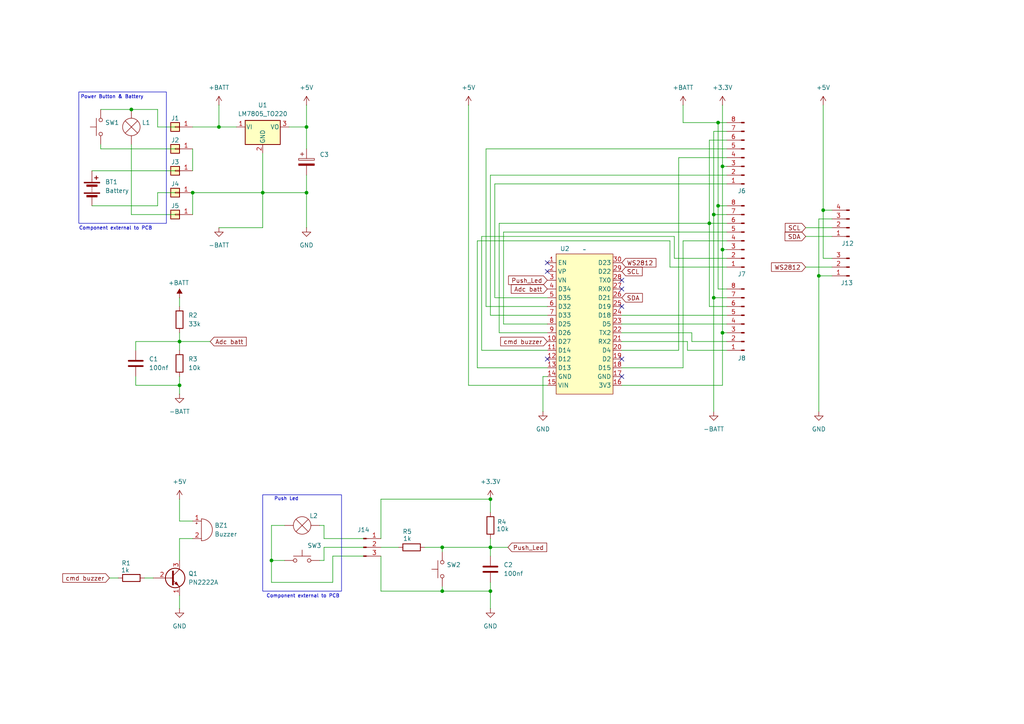
<source format=kicad_sch>
(kicad_sch (version 20231120) (generator "eeschema") (generator_version "8.0")
  (paper "A4")
  (title_block (title "Self Balancing Cube") (date "2024-09-04") (rev "1.12") (company "By Pedro51"))
  (lib_symbols
    (symbol "Connector:Conn_01x03_Pin" (pin_names (offset 1.016) hide)
      (property "Reference" "J" (at 0 5.08 0))
      (property "Value" "Conn_01x03_Pin" (at 0 -5.08 0))
      (symbol "Conn_01x03_Pin_1_1"
        (polyline (pts (xy 1.27 -2.54) (xy 0.8636 -2.54)) (stroke (width 0.1524)))
        (polyline (pts (xy 1.27 0) (xy 0.8636 0)) (stroke (width 0.1524)))
        (polyline (pts (xy 1.27 2.54) (xy 0.8636 2.54)) (stroke (width 0.1524)))
        (rectangle (start 0.8636 -2.413) (end 0 -2.667) (stroke (width 0.1524)) (fill (type outline)))
        (rectangle (start 0.8636 0.127) (end 0 -0.127) (stroke (width 0.1524)) (fill (type outline)))
        (rectangle (start 0.8636 2.667) (end 0 2.413) (stroke (width 0.1524)) (fill (type outline)))
        (pin passive line (at 5.08 2.54 180) (length 3.81) (name "Pin_1") (number "1"))
        (pin passive line (at 5.08 0 180) (length 3.81) (name "Pin_2") (number "2"))
        (pin passive line (at 5.08 -2.54 180) (length 3.81) (name "Pin_3") (number "3"))
      )
    )
    (symbol "Connector:Conn_01x04_Pin" (pin_names (offset 1.016) hide)
      (property "Reference" "J" (at 0 5.08 0))
      (property "Value" "Conn_01x04_Pin" (at 0 -7.62 0))
      (symbol "Conn_01x04_Pin_1_1"
        (polyline (pts (xy 1.27 -5.08) (xy 0.8636 -5.08)) (stroke (width 0.1524)))
        (polyline (pts (xy 1.27 -2.54) (xy 0.8636 -2.54)) (stroke (width 0.1524)))
        (polyline (pts (xy 1.27 0) (xy 0.8636 0)) (stroke (width 0.1524)))
        (polyline (pts (xy 1.27 2.54) (xy 0.8636 2.54)) (stroke (width 0.1524)))
        (rectangle (start 0.8636 -4.953) (end 0 -5.207) (stroke (width 0.1524)) (fill (type outline)))
        (rectangle (start 0.8636 -2.413) (end 0 -2.667) (stroke (width 0.1524)) (fill (type outline)))
        (rectangle (start 0.8636 0.127) (end 0 -0.127) (stroke (width 0.1524)) (fill (type outline)))
        (rectangle (start 0.8636 2.667) (end 0 2.413) (stroke (width 0.1524)) (fill (type outline)))
        (pin passive line (at 5.08 2.54 180) (length 3.81) (name "Pin_1") (number "1"))
        (pin passive line (at 5.08 0 180) (length 3.81) (name "Pin_2") (number "2"))
        (pin passive line (at 5.08 -2.54 180) (length 3.81) (name "Pin_3") (number "3"))
        (pin passive line (at 5.08 -5.08 180) (length 3.81) (name "Pin_4") (number "4"))
      )
    )
    (symbol "Connector:Conn_01x08_Pin" (pin_names (offset 1.016) hide)
      (property "Reference" "J" (at 0 10.16 0))
      (property "Value" "Conn_01x08_Pin" (at 0 -12.7 0))
      (symbol "Conn_01x08_Pin_1_1"
        (polyline (pts (xy 1.27 -10.16) (xy 0.8636 -10.16)) (stroke (width 0.1524)))
        (polyline (pts (xy 1.27 -7.62) (xy 0.8636 -7.62)) (stroke (width 0.1524)))
        (polyline (pts (xy 1.27 -5.08) (xy 0.8636 -5.08)) (stroke (width 0.1524)))
        (polyline (pts (xy 1.27 -2.54) (xy 0.8636 -2.54)) (stroke (width 0.1524)))
        (polyline (pts (xy 1.27 0) (xy 0.8636 0)) (stroke (width 0.1524)))
        (polyline (pts (xy 1.27 2.54) (xy 0.8636 2.54)) (stroke (width 0.1524)))
        (polyline (pts (xy 1.27 5.08) (xy 0.8636 5.08)) (stroke (width 0.1524)))
        (polyline (pts (xy 1.27 7.62) (xy 0.8636 7.62)) (stroke (width 0.1524)))
        (rectangle (start 0.8636 -10.033) (end 0 -10.287) (stroke (width 0.1524)) (fill (type outline)))
        (rectangle (start 0.8636 -7.493) (end 0 -7.747) (stroke (width 0.1524)) (fill (type outline)))
        (rectangle (start 0.8636 -4.953) (end 0 -5.207) (stroke (width 0.1524)) (fill (type outline)))
        (rectangle (start 0.8636 -2.413) (end 0 -2.667) (stroke (width 0.1524)) (fill (type outline)))
        (rectangle (start 0.8636 0.127) (end 0 -0.127) (stroke (width 0.1524)) (fill (type outline)))
        (rectangle (start 0.8636 2.667) (end 0 2.413) (stroke (width 0.1524)) (fill (type outline)))
        (rectangle (start 0.8636 5.207) (end 0 4.953) (stroke (width 0.1524)) (fill (type outline)))
        (rectangle (start 0.8636 7.747) (end 0 7.493) (stroke (width 0.1524)) (fill (type outline)))
        (pin passive line (at 5.08 7.62 180) (length 3.81) (name "Pin_1") (number "1"))
        (pin passive line (at 5.08 5.08 180) (length 3.81) (name "Pin_2") (number "2"))
        (pin passive line (at 5.08 2.54 180) (length 3.81) (name "Pin_3") (number "3"))
        (pin passive line (at 5.08 0 180) (length 3.81) (name "Pin_4") (number "4"))
        (pin passive line (at 5.08 -2.54 180) (length 3.81) (name "Pin_5") (number "5"))
        (pin passive line (at 5.08 -5.08 180) (length 3.81) (name "Pin_6") (number "6"))
        (pin passive line (at 5.08 -7.62 180) (length 3.81) (name "Pin_7") (number "7"))
        (pin passive line (at 5.08 -10.16 180) (length 3.81) (name "Pin_8") (number "8"))
      )
    )
    (symbol "Connector_Generic:Conn_01x01" (pin_names (offset 1.016) hide)
      (property "Reference" "J" (at 0 2.54 0))
      (property "Value" "Conn_01x01" (at 0 -2.54 0))
      (symbol "Conn_01x01_1_1"
        (rectangle (start -1.27 0.127) (end 0 -0.127) (stroke (width 0.1524)))
        (rectangle (start -1.27 1.27) (end 1.27 -1.27) (stroke (width 0.254)) (fill (type background)))
        (pin passive line (at -5.08 0 0) (length 3.81) (name "Pin_1") (number "1"))
      )
    )
    (symbol "Device:Battery" (pin_numbers hide) (pin_names (offset 0) hide)
      (property "Reference" "BT" (at 2.54 2.54 0))
      (property "Value" "Battery" (at 2.54 0 0))
      (symbol "Battery_0_1"
        (rectangle (start -2.286 -1.27) (end 2.286 -1.524) (fill (type outline)))
        (rectangle (start -2.286 1.778) (end 2.286 1.524) (fill (type outline)))
        (rectangle (start -1.524 -2.032) (end 1.524 -2.54) (fill (type outline)))
        (rectangle (start -1.524 1.016) (end 1.524 0.508) (fill (type outline)))
        (polyline (pts (xy 0 -1.016) (xy 0 -0.762)))
        (polyline (pts (xy 0 -0.508) (xy 0 -0.254)))
        (polyline (pts (xy 0 0) (xy 0 0.254)))
        (polyline (pts (xy 0 1.778) (xy 0 2.54)))
        (polyline (pts (xy 0.762 3.048) (xy 1.778 3.048)) (stroke (width 0.254)))
        (polyline (pts (xy 1.27 3.556) (xy 1.27 2.54)) (stroke (width 0.254)))
      )
      (symbol "Battery_1_1"
        (pin passive line (at 0 5.08 270) (length 2.54) (name "+") (number "1"))
        (pin passive line (at 0 -5.08 90) (length 2.54) (name "-") (number "2"))
      )
    )
    (symbol "Device:Buzzer" (pin_names (offset 0.0254) hide)
      (property "Reference" "BZ" (at 3.81 1.27 0))
      (property "Value" "Buzzer" (at 3.81 -1.27 0))
      (symbol "Buzzer_0_1"
        (arc (start 0 -3.175) (mid 3.1612 0) (end 0 3.175))
        (polyline (pts (xy -1.651 1.905) (xy -1.143 1.905)))
        (polyline (pts (xy -1.397 2.159) (xy -1.397 1.651)))
        (polyline (pts (xy 0 3.175) (xy 0 -3.175)))
      )
      (symbol "Buzzer_1_1"
        (pin passive line (at -2.54 2.54 0) (length 2.54) (name "+") (number "1"))
        (pin passive line (at -2.54 -2.54 0) (length 2.54) (name "-") (number "2"))
      )
    )
    (symbol "Device:C" (pin_numbers hide) (pin_names (offset 0.254))
      (property "Reference" "C" (at 0.635 2.54 0))
      (property "Value" "C" (at 0.635 -2.54 0))
      (symbol "C_0_1"
        (polyline (pts (xy -2.032 -0.762) (xy 2.032 -0.762)) (stroke (width 0.508)))
        (polyline (pts (xy -2.032 0.762) (xy 2.032 0.762)) (stroke (width 0.508)))
      )
      (symbol "C_1_1"
        (pin passive line (at 0 3.81 270) (length 2.794) (name "~") (number "1"))
        (pin passive line (at 0 -3.81 90) (length 2.794) (name "~") (number "2"))
      )
    )
    (symbol "Device:C_Polarized" (pin_numbers hide) (pin_names (offset 0.254))
      (property "Reference" "C" (at 0.635 2.54 0))
      (property "Value" "C_Polarized" (at 0.635 -2.54 0))
      (symbol "C_Polarized_0_1"
        (rectangle (start -2.286 0.508) (end 2.286 1.016))
        (polyline (pts (xy -1.778 2.286) (xy -0.762 2.286)))
        (polyline (pts (xy -1.27 2.794) (xy -1.27 1.778)))
        (rectangle (start 2.286 -0.508) (end -2.286 -1.016) (fill (type outline)))
      )
      (symbol "C_Polarized_1_1"
        (pin passive line (at 0 3.81 270) (length 2.794) (name "~") (number "1"))
        (pin passive line (at 0 -3.81 90) (length 2.794) (name "~") (number "2"))
      )
    )
    (symbol "Device:Lamp" (pin_numbers hide) (pin_names (offset 0.0254) hide)
      (property "Reference" "LA" (at 0.635 3.81 0))
      (property "Value" "Lamp" (at 0.635 -3.81 0))
      (symbol "Lamp_0_1"
        (polyline (pts (xy -1.778 1.778) (xy 1.778 -1.778)))
        (polyline (pts (xy 1.778 1.778) (xy -1.778 -1.778)))
        (circle (center 0 0) (radius 2.54))
      )
      (symbol "Lamp_1_1"
        (pin passive line (at 0 -5.08 90) (length 2.54) (name "-") (number "1"))
        (pin passive line (at 0 5.08 270) (length 2.54) (name "+") (number "2"))
      )
    )
    (symbol "Device:R" (pin_numbers hide) (pin_names (offset 0))
      (property "Reference" "R" (at 2.032 0 90))
      (property "Value" "R" (at 0 0 90))
      (symbol "R_0_1"
        (rectangle (start -1.016 -2.54) (end 1.016 2.54) (stroke (width 0.254)))
      )
      (symbol "R_1_1"
        (pin passive line (at 0 3.81 270) (length 1.27) (name "~") (number "1"))
        (pin passive line (at 0 -3.81 90) (length 1.27) (name "~") (number "2"))
      )
    )
    (symbol "Regulator_Linear:LM7805_TO220" (pin_names (offset 0.254))
      (property "Reference" "U" (at -3.81 3.175 0))
      (property "Value" "LM7805_TO220" (at 0 3.175 0))
      (symbol "LM7805_TO220_0_1"
        (rectangle (start -5.08 1.905) (end 5.08 -5.08) (stroke (width 0.254)) (fill (type background)))
      )
      (symbol "LM7805_TO220_1_1"
        (pin power_in line (at -7.62 0 0) (length 2.54) (name "VI") (number "1"))
        (pin power_in line (at 0 -7.62 90) (length 2.54) (name "GND") (number "2"))
        (pin power_out line (at 7.62 0 180) (length 2.54) (name "VO") (number "3"))
      )
    )
    (symbol "Switch:SW_Push" (pin_numbers hide) (pin_names (offset 1.016) hide)
      (property "Reference" "SW" (at 1.27 2.54 0))
      (property "Value" "SW_Push" (at 0 -1.524 0))
      (symbol "SW_Push_0_1"
        (circle (center -2.032 0) (radius 0.508))
        (polyline (pts (xy 0 1.27) (xy 0 3.048)))
        (polyline (pts (xy 2.54 1.27) (xy -2.54 1.27)))
        (circle (center 2.032 0) (radius 0.508))
        (pin passive line (at -5.08 0 0) (length 2.54) (name "1") (number "1"))
        (pin passive line (at 5.08 0 180) (length 2.54) (name "2") (number "2"))
      )
    )
    (symbol "SymbolePerso:ESP32_module_38pin"
      (property "Reference" "U?" (at -6.35 20.32 0))
      (symbol "ESP32_module_38pin_1_1"
        (polyline (pts (xy -7.62 19.05) (xy 8.89 19.05) (xy 8.89 -21.59) (xy -7.62 -21.59) (xy -7.62 19.05)) (fill (type background)))
        (pin input line (at -10.16 16.51 0) (length 2.54) (name "EN") (number "1"))
        (pin bidirectional line (at -10.16 -6.35 0) (length 2.54) (name "D27") (number "10"))
        (pin bidirectional line (at -10.16 -8.89 0) (length 2.54) (name "D14") (number "11"))
        (pin bidirectional line (at -10.16 -11.43 0) (length 2.54) (name "D12") (number "12"))
        (pin bidirectional line (at -10.16 -13.97 0) (length 2.54) (name "D13") (number "13"))
        (pin power_in line (at -10.16 -16.51 0) (length 2.54) (name "GND") (number "14"))
        (pin power_in line (at -10.16 -19.05 0) (length 2.54) (name "VIN") (number "15"))
        (pin power_out line (at 11.43 -19.05 180) (length 2.54) (name "3V3") (number "16"))
        (pin power_in line (at 11.43 -16.51 180) (length 2.54) (name "GND") (number "17"))
        (pin bidirectional line (at 11.43 -13.97 180) (length 2.54) (name "D15") (number "18"))
        (pin bidirectional line (at 11.43 -11.43 180) (length 2.54) (name "D2") (number "19"))
        (pin bidirectional line (at -10.16 13.97 0) (length 2.54) (name "VP") (number "2"))
        (pin bidirectional line (at 11.43 -8.89 180) (length 2.54) (name "D4") (number "20"))
        (pin input line (at 11.43 -6.35 180) (length 2.54) (name "RX2") (number "21"))
        (pin output line (at 11.43 -3.81 180) (length 2.54) (name "TX2") (number "22"))
        (pin bidirectional line (at 11.43 -1.27 180) (length 2.54) (name "D5") (number "23"))
        (pin bidirectional line (at 11.43 1.27 180) (length 2.54) (name "D18") (number "24"))
        (pin bidirectional line (at 11.43 3.81 180) (length 2.54) (name "D19") (number "25"))
        (pin bidirectional line (at 11.43 6.35 180) (length 2.54) (name "D21") (number "26"))
        (pin input line (at 11.43 8.89 180) (length 2.54) (name "RX0") (number "27"))
        (pin output line (at 11.43 11.43 180) (length 2.54) (name "TX0") (number "28"))
        (pin bidirectional line (at 11.43 13.97 180) (length 2.54) (name "D22") (number "29"))
        (pin bidirectional line (at -10.16 11.43 0) (length 2.54) (name "VN") (number "3"))
        (pin bidirectional line (at 11.43 16.51 180) (length 2.54) (name "D23") (number "30"))
        (pin bidirectional line (at -10.16 8.89 0) (length 2.54) (name "D34") (number "4"))
        (pin bidirectional line (at -10.16 6.35 0) (length 2.54) (name "D35") (number "5"))
        (pin bidirectional line (at -10.16 3.81 0) (length 2.54) (name "D32") (number "6"))
        (pin bidirectional line (at -10.16 1.27 0) (length 2.54) (name "D33") (number "7"))
        (pin bidirectional line (at -10.16 -1.27 0) (length 2.54) (name "D25") (number "8"))
        (pin bidirectional line (at -10.16 -3.81 0) (length 2.54) (name "D26") (number "9"))
      )
    )
    (symbol "Transistor_BJT:PN2222A" (pin_names (offset 0) hide)
      (property "Reference" "Q" (at 5.08 1.905 0))
      (property "Value" "PN2222A" (at 5.08 0 0))
      (symbol "PN2222A_0_1"
        (polyline (pts (xy 0 0) (xy 0.635 0)))
        (polyline (pts (xy 2.54 -2.54) (xy 0.635 -0.635)))
        (polyline (pts (xy 2.54 2.54) (xy 0.635 0.635)))
        (polyline (pts (xy 0.635 1.905) (xy 0.635 -1.905) (xy 0.635 -1.905)) (stroke (width 0.508)))
        (polyline (pts (xy 2.413 -2.413) (xy 1.905 -1.905) (xy 1.905 -1.905)))
        (polyline (pts (xy 1.143 -1.651) (xy 1.651 -1.143) (xy 2.159 -2.159) (xy 1.143 -1.651) (xy 1.143 -1.651)) (fill (type outline)))
        (circle (center 1.27 0) (radius 2.8194) (stroke (width 0.254)))
      )
      (symbol "PN2222A_1_1"
        (pin passive line (at 2.54 -5.08 90) (length 2.54) (name "E") (number "1"))
        (pin input line (at -5.08 0 0) (length 5.08) (name "B") (number "2"))
        (pin passive line (at 2.54 5.08 270) (length 2.54) (name "C") (number "3"))
      )
    )
    (symbol "power:+3.3V" (power) (pin_numbers hide) (pin_names (offset 0) hide)
      (property "Value" "+3.3V" (at 0 3.556 0))
      (symbol "+3.3V_0_1"
        (polyline (pts (xy -0.762 1.27) (xy 0 2.54)))
        (polyline (pts (xy 0 0) (xy 0 2.54)))
        (polyline (pts (xy 0 2.54) (xy 0.762 1.27)))
      )
      (symbol "+3.3V_1_1"
        (pin power_in line (at 0 0 90) (length 0) (name "~") (number "1"))
      )
    )
    (symbol "power:+5V" (power) (pin_numbers hide) (pin_names (offset 0) hide)
      (property "Value" "+5V" (at 0 3.556 0))
      (symbol "+5V_0_1"
        (polyline (pts (xy -0.762 1.27) (xy 0 2.54)))
        (polyline (pts (xy 0 0) (xy 0 2.54)))
        (polyline (pts (xy 0 2.54) (xy 0.762 1.27)))
      )
      (symbol "+5V_1_1"
        (pin power_in line (at 0 0 90) (length 0) (name "~") (number "1"))
      )
    )
    (symbol "power:+BATT" (power) (pin_numbers hide) (pin_names (offset 0) hide)
      (property "Value" "+BATT" (at 0 3.556 0))
      (symbol "+BATT_0_1"
        (polyline (pts (xy -0.762 1.27) (xy 0 2.54)))
        (polyline (pts (xy 0 0) (xy 0 2.54)))
        (polyline (pts (xy 0 2.54) (xy 0.762 1.27)))
      )
      (symbol "+BATT_1_1"
        (pin power_in line (at 0 0 90) (length 0) (name "~") (number "1"))
      )
    )
    (symbol "power:-BATT" (power) (pin_numbers hide) (pin_names (offset 0) hide)
      (property "Value" "-BATT" (at 0 3.556 0))
      (symbol "-BATT_0_1"
        (polyline (pts (xy 0 0) (xy 0 2.54)))
        (polyline (pts (xy 0.762 1.27) (xy -0.762 1.27) (xy 0 2.54) (xy 0.762 1.27)) (fill (type outline)))
      )
      (symbol "-BATT_1_1"
        (pin power_in line (at 0 0 90) (length 0) (name "~") (number "1"))
      )
    )
    (symbol "power:GND" (power) (pin_numbers hide) (pin_names (offset 0) hide)
      (property "Value" "GND" (at 0 -3.81 0))
      (symbol "GND_0_1"
        (polyline (pts (xy 0 0) (xy 0 -1.27) (xy 1.27 -1.27) (xy 0 -2.54) (xy -1.27 -1.27) (xy 0 -1.27)))
      )
      (symbol "GND_1_1"
        (pin power_in line (at 0 0 270) (length 0) (name "~") (number "1"))
      )
    )
  )
  (junction (at 205.74 64.77))
  (junction (at 52.07 111.76))
  (junction (at 142.24 144.78))
  (junction (at 38.1 31.75))
  (junction (at 208.28 35.56))
  (junction (at 208.28 59.69))
  (junction (at 238.76 60.96))
  (junction (at 52.07 99.06))
  (junction (at 128.27 171.45))
  (junction (at 88.9 36.83))
  (junction (at 88.9 55.88))
  (junction (at 142.24 171.45))
  (junction (at 207.01 86.36))
  (junction (at 128.27 158.75))
  (junction (at 237.49 80.01))
  (junction (at 209.55 96.52))
  (junction (at 76.2 55.88))
  (junction (at 209.55 72.39))
  (junction (at 78.74 162.56))
  (junction (at 55.88 55.88))
  (junction (at 209.55 48.26))
  (junction (at 142.24 158.75))
  (junction (at 207.01 62.23))
  (junction (at 63.5 36.83))
  (no_connect (at 180.34 83.82))
  (no_connect (at 180.34 104.14))
  (no_connect (at 158.75 104.14))
  (no_connect (at 158.75 76.2))
  (no_connect (at 180.34 88.9))
  (no_connect (at 158.75 78.74))
  (no_connect (at 180.34 109.22))
  (no_connect (at 180.34 81.28))
  (wire (pts (xy 52.07 172.72) (xy 52.07 176.53)))
  (wire (pts (xy 139.7 68.58) (xy 139.7 101.6)))
  (wire (pts (xy 142.24 158.75) (xy 147.32 158.75)))
  (wire (pts (xy 209.55 48.26) (xy 209.55 72.39)))
  (wire (pts (xy 128.27 170.18) (xy 128.27 171.45)))
  (wire (pts (xy 29.21 43.18) (xy 50.8 43.18)))
  (wire (pts (xy 55.88 55.88) (xy 76.2 55.88)))
  (wire (pts (xy 199.39 101.6) (xy 199.39 99.06)))
  (wire (pts (xy 180.34 91.44) (xy 210.82 91.44)))
  (wire (pts (xy 144.78 96.52) (xy 144.78 64.77)))
  (wire (pts (xy 198.12 35.56) (xy 208.28 35.56)))
  (wire (pts (xy 205.74 64.77) (xy 210.82 64.77)))
  (wire (pts (xy 142.24 50.8) (xy 142.24 91.44)))
  (wire (pts (xy 209.55 72.39) (xy 210.82 72.39)))
  (wire (pts (xy 110.49 171.45) (xy 110.49 161.29)))
  (wire (pts (xy 52.07 111.76) (xy 52.07 114.3)))
  (wire (pts (xy 88.9 36.83) (xy 88.9 43.18)))
  (wire (pts (xy 105.41 156.21) (xy 93.98 156.21)))
  (wire (pts (xy 209.55 72.39) (xy 209.55 96.52)))
  (wire (pts (xy 142.24 168.91) (xy 142.24 171.45)))
  (wire (pts (xy 55.88 151.13) (xy 52.07 151.13)))
  (wire (pts (xy 198.12 106.68) (xy 180.34 106.68)))
  (wire (pts (xy 110.49 171.45) (xy 128.27 171.45)))
  (wire (pts (xy 210.82 77.47) (xy 194.31 77.47)))
  (wire (pts (xy 105.41 158.75) (xy 93.98 158.75)))
  (wire (pts (xy 210.82 74.93) (xy 195.58 74.93)))
  (wire (pts (xy 210.82 50.8) (xy 142.24 50.8)))
  (wire (pts (xy 52.07 109.22) (xy 52.07 111.76)))
  (wire (pts (xy 78.74 162.56) (xy 82.55 162.56)))
  (wire (pts (xy 143.51 86.36) (xy 143.51 53.34)))
  (wire (pts (xy 39.37 111.76) (xy 39.37 109.22)))
  (wire (pts (xy 52.07 99.06) (xy 52.07 101.6)))
  (wire (pts (xy 199.39 99.06) (xy 180.34 99.06)))
  (wire (pts (xy 55.88 55.88) (xy 55.88 62.23)))
  (wire (pts (xy 83.82 36.83) (xy 88.9 36.83)))
  (wire (pts (xy 93.98 158.75) (xy 93.98 162.56)))
  (wire (pts (xy 200.66 99.06) (xy 210.82 99.06)))
  (wire (pts (xy 52.07 156.21) (xy 55.88 156.21)))
  (wire (pts (xy 123.19 158.75) (xy 128.27 158.75)))
  (wire (pts (xy 138.43 106.68) (xy 158.75 106.68)))
  (wire (pts (xy 88.9 55.88) (xy 88.9 66.04)))
  (wire (pts (xy 110.49 144.78) (xy 110.49 156.21)))
  (wire (pts (xy 93.98 156.21) (xy 93.98 152.4)))
  (wire (pts (xy 233.68 66.04) (xy 241.3 66.04)))
  (wire (pts (xy 128.27 158.75) (xy 128.27 160.02)))
  (wire (pts (xy 140.97 43.18) (xy 140.97 88.9)))
  (wire (pts (xy 210.82 43.18) (xy 140.97 43.18)))
  (wire (pts (xy 209.55 111.76) (xy 209.55 96.52)))
  (wire (pts (xy 128.27 158.75) (xy 142.24 158.75)))
  (wire (pts (xy 29.21 43.18) (xy 29.21 41.91)))
  (wire (pts (xy 41.91 167.64) (xy 44.45 167.64)))
  (wire (pts (xy 158.75 109.22) (xy 157.48 109.22)))
  (wire (pts (xy 52.07 144.78) (xy 52.07 151.13)))
  (wire (pts (xy 52.07 111.76) (xy 39.37 111.76)))
  (wire (pts (xy 205.74 40.64) (xy 205.74 64.77)))
  (wire (pts (xy 210.82 88.9) (xy 205.74 88.9)))
  (wire (pts (xy 210.82 67.31) (xy 146.05 67.31)))
  (wire (pts (xy 196.85 45.72) (xy 196.85 101.6)))
  (wire (pts (xy 38.1 41.91) (xy 38.1 62.23)))
  (wire (pts (xy 207.01 62.23) (xy 210.82 62.23)))
  (wire (pts (xy 241.3 60.96) (xy 238.76 60.96)))
  (wire (pts (xy 241.3 63.5) (xy 237.49 63.5)))
  (wire (pts (xy 237.49 80.01) (xy 241.3 80.01)))
  (wire (pts (xy 52.07 162.56) (xy 52.07 156.21)))
  (wire (pts (xy 76.2 44.45) (xy 76.2 55.88)))
  (wire (pts (xy 92.71 152.4) (xy 93.98 152.4)))
  (wire (pts (xy 208.28 35.56) (xy 208.28 59.69)))
  (wire (pts (xy 207.01 38.1) (xy 207.01 62.23)))
  (wire (pts (xy 207.01 86.36) (xy 207.01 119.38)))
  (wire (pts (xy 207.01 86.36) (xy 207.01 62.23)))
  (wire (pts (xy 210.82 35.56) (xy 208.28 35.56)))
  (wire (pts (xy 139.7 101.6) (xy 158.75 101.6)))
  (wire (pts (xy 110.49 158.75) (xy 115.57 158.75)))
  (wire (pts (xy 210.82 69.85) (xy 198.12 69.85)))
  (wire (pts (xy 146.05 67.31) (xy 146.05 93.98)))
  (wire (pts (xy 146.05 93.98) (xy 158.75 93.98)))
  (wire (pts (xy 88.9 30.48) (xy 88.9 36.83)))
  (wire (pts (xy 180.34 111.76) (xy 209.55 111.76)))
  (wire (pts (xy 210.82 45.72) (xy 196.85 45.72)))
  (wire (pts (xy 92.71 162.56) (xy 93.98 162.56)))
  (wire (pts (xy 55.88 36.83) (xy 63.5 36.83)))
  (wire (pts (xy 196.85 101.6) (xy 180.34 101.6)))
  (wire (pts (xy 210.82 40.64) (xy 205.74 40.64)))
  (wire (pts (xy 39.37 101.6) (xy 39.37 99.06)))
  (wire (pts (xy 52.07 99.06) (xy 60.96 99.06)))
  (wire (pts (xy 76.2 55.88) (xy 76.2 66.04)))
  (wire (pts (xy 142.24 144.78) (xy 142.24 148.59)))
  (wire (pts (xy 158.75 86.36) (xy 143.51 86.36)))
  (wire (pts (xy 241.3 74.93) (xy 238.76 74.93)))
  (wire (pts (xy 158.75 111.76) (xy 135.89 111.76)))
  (wire (pts (xy 237.49 63.5) (xy 237.49 80.01)))
  (wire (pts (xy 210.82 101.6) (xy 199.39 101.6)))
  (wire (pts (xy 142.24 171.45) (xy 142.24 176.53)))
  (wire (pts (xy 31.75 167.64) (xy 34.29 167.64)))
  (wire (pts (xy 210.82 86.36) (xy 207.01 86.36)))
  (wire (pts (xy 210.82 38.1) (xy 207.01 38.1)))
  (wire (pts (xy 78.74 152.4) (xy 82.55 152.4)))
  (wire (pts (xy 88.9 50.8) (xy 88.9 55.88)))
  (wire (pts (xy 128.27 171.45) (xy 142.24 171.45)))
  (wire (pts (xy 195.58 68.58) (xy 139.7 68.58)))
  (wire (pts (xy 96.52 161.29) (xy 96.52 168.91)))
  (wire (pts (xy 45.72 59.69) (xy 26.67 59.69)))
  (wire (pts (xy 45.72 55.88) (xy 45.72 59.69)))
  (wire (pts (xy 45.72 31.75) (xy 45.72 36.83)))
  (wire (pts (xy 29.21 31.75) (xy 38.1 31.75)))
  (wire (pts (xy 38.1 31.75) (xy 45.72 31.75)))
  (wire (pts (xy 142.24 91.44) (xy 158.75 91.44)))
  (wire (pts (xy 195.58 74.93) (xy 195.58 68.58)))
  (wire (pts (xy 157.48 109.22) (xy 157.48 119.38)))
  (wire (pts (xy 52.07 96.52) (xy 52.07 99.06)))
  (wire (pts (xy 50.8 49.53) (xy 26.67 49.53)))
  (wire (pts (xy 63.5 36.83) (xy 68.58 36.83)))
  (wire (pts (xy 238.76 30.48) (xy 238.76 60.96)))
  (wire (pts (xy 50.8 62.23) (xy 38.1 62.23)))
  (wire (pts (xy 39.37 99.06) (xy 52.07 99.06)))
  (wire (pts (xy 209.55 96.52) (xy 210.82 96.52)))
  (wire (pts (xy 237.49 80.01) (xy 237.49 119.38)))
  (wire (pts (xy 198.12 69.85) (xy 198.12 106.68)))
  (wire (pts (xy 238.76 74.93) (xy 238.76 60.96)))
  (wire (pts (xy 208.28 59.69) (xy 210.82 59.69)))
  (wire (pts (xy 55.88 43.18) (xy 55.88 49.53)))
  (wire (pts (xy 78.74 152.4) (xy 78.74 162.56)))
  (wire (pts (xy 76.2 55.88) (xy 88.9 55.88)))
  (wire (pts (xy 140.97 88.9) (xy 158.75 88.9)))
  (wire (pts (xy 63.5 30.48) (xy 63.5 36.83)))
  (wire (pts (xy 210.82 83.82) (xy 208.28 83.82)))
  (wire (pts (xy 194.31 77.47) (xy 194.31 69.85)))
  (wire (pts (xy 210.82 48.26) (xy 209.55 48.26)))
  (wire (pts (xy 198.12 30.48) (xy 198.12 35.56)))
  (wire (pts (xy 45.72 36.83) (xy 50.8 36.83)))
  (wire (pts (xy 76.2 66.04) (xy 63.5 66.04)))
  (wire (pts (xy 158.75 96.52) (xy 144.78 96.52)))
  (wire (pts (xy 78.74 162.56) (xy 78.74 168.91)))
  (wire (pts (xy 142.24 161.29) (xy 142.24 158.75)))
  (wire (pts (xy 143.51 53.34) (xy 210.82 53.34)))
  (wire (pts (xy 96.52 168.91) (xy 78.74 168.91)))
  (wire (pts (xy 180.34 93.98) (xy 210.82 93.98)))
  (wire (pts (xy 138.43 69.85) (xy 138.43 106.68)))
  (wire (pts (xy 110.49 144.78) (xy 142.24 144.78)))
  (wire (pts (xy 142.24 156.21) (xy 142.24 158.75)))
  (wire (pts (xy 208.28 83.82) (xy 208.28 59.69)))
  (wire (pts (xy 233.68 68.58) (xy 241.3 68.58)))
  (wire (pts (xy 144.78 64.77) (xy 205.74 64.77)))
  (wire (pts (xy 135.89 111.76) (xy 135.89 30.48)))
  (wire (pts (xy 200.66 96.52) (xy 200.66 99.06)))
  (wire (pts (xy 50.8 55.88) (xy 45.72 55.88)))
  (wire (pts (xy 52.07 86.36) (xy 52.07 88.9)))
  (wire (pts (xy 209.55 30.48) (xy 209.55 48.26)))
  (wire (pts (xy 105.41 161.29) (xy 96.52 161.29)))
  (wire (pts (xy 180.34 96.52) (xy 200.66 96.52)))
  (wire (pts (xy 233.68 77.47) (xy 241.3 77.47)))
  (wire (pts (xy 205.74 88.9) (xy 205.74 64.77)))
  (wire (pts (xy 194.31 69.85) (xy 138.43 69.85)))
  (rectangle (start 22.86 26.67) (end 48.26 64.77))
  (rectangle (start 76.2 143.51) (end 99.06 171.45))
  (text "Component external to PCB" (at 87.884 172.974 0) (effects (font (size 1 1))))
  (text "Push Led" (at 83.058 144.78 0) (effects (font (size 1 1))))
  (text "Component external to PCB" (at 33.528 66.294 0) (effects (font (size 1 1))))
  (text "Power Button & Battery" (at 32.512 28.194 0) (effects (font (size 1 1))))
  (global_label "SCL" (shape input) (at 233.68 66.04 180) (property "Intersheetrefs" "${INTERSHEET_REFS}" (effects (hide yes))))
  (global_label "Push_Led" (shape input) (at 147.32 158.75 0) (property "Intersheetrefs" "${INTERSHEET_REFS}" (effects (hide yes))))
  (global_label "cmd buzzer" (shape input) (at 31.75 167.64 180) (property "Intersheetrefs" "${INTERSHEET_REFS}" (effects (hide yes))))
  (global_label "SCL" (shape input) (at 180.34 78.74 0) (property "Intersheetrefs" "${INTERSHEET_REFS}" (effects (hide yes))))
  (global_label "WS2812" (shape input) (at 180.34 76.2 0) (property "Intersheetrefs" "${INTERSHEET_REFS}" (effects (hide yes))))
  (global_label "WS2812" (shape input) (at 233.68 77.47 180) (property "Intersheetrefs" "${INTERSHEET_REFS}" (effects (hide yes))))
  (global_label "SDA" (shape input) (at 233.68 68.58 180) (property "Intersheetrefs" "${INTERSHEET_REFS}" (effects (hide yes))))
  (global_label "SDA" (shape input) (at 180.34 86.36 0) (property "Intersheetrefs" "${INTERSHEET_REFS}" (effects (hide yes))))
  (global_label "Adc batt" (shape input) (at 158.75 83.82 180) (property "Intersheetrefs" "${INTERSHEET_REFS}" (effects (hide yes))))
  (global_label "Adc batt" (shape input) (at 60.96 99.06 0) (property "Intersheetrefs" "${INTERSHEET_REFS}" (effects (hide yes))))
  (global_label "Push_Led" (shape input) (at 158.75 81.28 180) (property "Intersheetrefs" "${INTERSHEET_REFS}" (effects (hide yes))))
  (global_label "cmd buzzer" (shape input) (at 158.75 99.06 180) (property "Intersheetrefs" "${INTERSHEET_REFS}" (effects (hide yes))))
  (symbol (lib_id "power:+3.3V") (at 142.24 144.78 0) (unit 1)
    (property "Reference" "#PWR09" (effects (hide yes)))
    (property "Value" "+3.3V" (at 142.24 139.7 0))
    (property "Description" "Power symbol creates a global label with name \"+3.3V\"" (effects (hide yes)))
  )
  (symbol (lib_id "power:+BATT") (at 63.5 30.48 0) (unit 1)
    (property "Reference" "#PWR05" (effects (hide yes)))
    (property "Value" "+BATT" (at 63.5 25.4 0))
    (property "Description" "Power symbol creates a global label with name \"+BATT\"" (effects (hide yes)))
  )
  (symbol (lib_id "Connector:Conn_01x08_Pin") (at 215.9 45.72 180) (unit 1)
    (property "Reference" "J6" (at 215.138 55.372 0))
    (property "Value" "Conn_01x08_Pin" (effects (hide yes)))
    (property "Footprint" "Connector_JST:JST_ZH_B8B-ZR_1x08_P1.50mm_Vertical" (effects (hide yes)))
    (property "Description" "Generic connector, single row, 01x08, script generated" (effects (hide yes)))
  )
  (symbol (lib_id "power:+5V") (at 88.9 30.48 0) (unit 1)
    (property "Reference" "#PWR019" (effects (hide yes)))
    (property "Value" "+5V" (at 88.9 25.4 0))
    (property "Description" "Power symbol creates a global label with name \"+5V\"" (effects (hide yes)))
  )
  (symbol (lib_id "Device:C") (at 39.37 105.41 0) (unit 1)
    (property "Reference" "C1" (at 43.18 104.1399 0) (effects (justify left)))
    (property "Value" "100nf" (at 43.18 106.6799 0) (effects (justify left)))
    (property "Footprint" "Capacitor_THT:C_Disc_D5.0mm_W2.5mm_P2.50mm" (effects (hide yes)))
    (property "Description" "Unpolarized capacitor" (effects (hide yes)))
  )
  (symbol (lib_id "Switch:SW_Push") (at 128.27 165.1 90) (unit 1)
    (property "Reference" "SW2" (at 129.54 163.8299 90) (effects (justify right)))
    (property "Value" "SW_Push" (effects (hide yes)))
    (property "Footprint" "Button_Switch_THT:SW_PUSH_6mm" (effects (hide yes)))
    (property "Description" "Push button switch, generic, two pins" (effects (hide yes)))
  )
  (symbol (lib_id "power:-BATT") (at 52.07 86.36 0) (unit 1)
    (property "Reference" "#PWR01" (effects (hide yes)))
    (property "Value" "+BATT" (at 51.816 82.042 0))
    (property "Description" "Power symbol creates a global label with name \"-BATT\"" (effects (hide yes)))
  )
  (symbol (lib_id "Switch:SW_Push") (at 87.63 162.56 0) (unit 1) (on_board no)
    (property "Reference" "SW3" (at 91.186 158.242 0))
    (property "Value" "SW_Push" (effects (hide yes)))
    (property "Description" "Push button switch, generic, two pins" (effects (hide yes)))
  )
  (symbol (lib_id "Device:Lamp") (at 87.63 152.4 90) (unit 1) (in_bom no) (on_board no)
    (property "Reference" "L2" (at 92.202 149.606 90) (effects (justify left)))
    (property "Value" "Lamp" (effects (hide yes)))
    (property "Description" "Lamp" (effects (hide yes)))
  )
  (symbol (lib_id "power:GND") (at 207.01 119.38 0) (unit 1)
    (property "Reference" "#PWR014" (effects (hide yes)))
    (property "Value" "-BATT" (at 207.01 124.46 0))
    (property "Description" "Power symbol creates a global label with name \"GND\" , ground" (effects (hide yes)))
  )
  (symbol (lib_id "Connector:Conn_01x08_Pin") (at 215.9 93.98 180) (unit 1)
    (property "Reference" "J8" (at 215.138 103.886 0))
    (property "Value" "Conn_01x08_Pin" (effects (hide yes)))
    (property "Footprint" "Connector_JST:JST_ZH_B8B-ZR_1x08_P1.50mm_Vertical" (effects (hide yes)))
    (property "Description" "Generic connector, single row, 01x08, script generated" (effects (hide yes)))
  )
  (symbol (lib_id "power:GND") (at 88.9 66.04 0) (unit 1)
    (property "Reference" "#PWR08" (effects (hide yes)))
    (property "Value" "GND" (at 88.9 71.12 0))
    (property "Description" "Power symbol creates a global label with name \"GND\" , ground" (effects (hide yes)))
  )
  (symbol (lib_id "Connector_Generic:Conn_01x01") (at 50.8 62.23 180) (unit 1)
    (property "Reference" "J5" (at 50.8 59.69 0))
    (property "Value" "Conn_01x01" (effects (hide yes)))
    (property "Footprint" "Connector_Wire:SolderWire-0.5sqmm_1x01_D0.9mm_OD2.1mm" (effects (hide yes)))
    (property "Description" "Generic connector, single row, 01x01, script generated (kicad-library-utils/schlib/autogen/connector/)" (effects (hide yes)))
  )
  (symbol (lib_id "Device:R") (at 38.1 167.64 90) (unit 1)
    (property "Reference" "R1" (at 36.576 163.322 90))
    (property "Value" "1k" (at 36.322 165.354 90))
    (property "Footprint" "Resistor_THT:R_Axial_DIN0204_L3.6mm_D1.6mm_P5.08mm_Horizontal" (effects (hide yes)))
    (property "Description" "Resistor" (effects (hide yes)))
  )
  (symbol (lib_id "Connector:Conn_01x08_Pin") (at 215.9 69.85 180) (unit 1)
    (property "Reference" "J7" (at 215.138 79.502 0))
    (property "Value" "Conn_01x08_Pin" (effects (hide yes)))
    (property "Footprint" "Connector_JST:JST_ZH_B8B-ZR_1x08_P1.50mm_Vertical" (effects (hide yes)))
    (property "Description" "Generic connector, single row, 01x08, script generated" (effects (hide yes)))
  )
  (symbol (lib_id "Device:Lamp") (at 38.1 36.83 0) (unit 1) (in_bom no) (on_board no)
    (property "Reference" "L1" (at 41.148 35.56 0) (effects (justify left)))
    (property "Value" "Lamp" (effects (hide yes)))
    (property "Description" "Lamp" (effects (hide yes)))
  )
  (symbol (lib_id "power:+3.3V") (at 209.55 30.48 0) (unit 1)
    (property "Reference" "#PWR015" (effects (hide yes)))
    (property "Value" "+3.3V" (at 209.55 25.4 0))
    (property "Description" "Power symbol creates a global label with name \"+3.3V\"" (effects (hide yes)))
  )
  (symbol (lib_id "Regulator_Linear:LM7805_TO220") (at 76.2 36.83 0) (unit 1)
    (property "Reference" "U1" (at 76.2 30.48 0))
    (property "Value" "LM7805_TO220" (at 76.2 33.02 0))
    (property "Footprint" "Package_TO_SOT_THT:TO-220-3_Vertical" (effects (hide yes)))
    (property "Datasheet" "https://www.onsemi.cn/PowerSolutions/document/MC7800-D.PDF" (effects (hide yes)))
    (property "Description" "Positive 1A 35V Linear Regulator, Fixed Output 5V, TO-220" (effects (hide yes)))
  )
  (symbol (lib_id "power:GND") (at 52.07 114.3 0) (unit 1)
    (property "Reference" "#PWR02" (effects (hide yes)))
    (property "Value" "-BATT" (at 52.07 119.38 0))
    (property "Description" "Power symbol creates a global label with name \"GND\" , ground" (effects (hide yes)))
  )
  (symbol (lib_id "power:+5V") (at 238.76 30.48 0) (unit 1)
    (property "Reference" "#PWR07" (effects (hide yes)))
    (property "Value" "+5V" (at 238.76 25.4 0))
    (property "Description" "Power symbol creates a global label with name \"+5V\"" (effects (hide yes)))
  )
  (symbol (lib_id "Connector_Generic:Conn_01x01") (at 50.8 43.18 180) (unit 1)
    (property "Reference" "J2" (at 50.8 40.64 0))
    (property "Value" "Conn_01x01" (effects (hide yes)))
    (property "Footprint" "Connector_Wire:SolderWire-2sqmm_1x01_D2mm_OD3.9mm" (effects (hide yes)))
    (property "Description" "Generic connector, single row, 01x01, script generated (kicad-library-utils/schlib/autogen/connector/)" (effects (hide yes)))
  )
  (symbol (lib_id "Device:R") (at 52.07 92.71 0) (unit 1)
    (property "Reference" "R2" (at 54.61 91.4399 0) (effects (justify left)))
    (property "Value" "33k" (at 54.61 93.98 0) (effects (justify left)))
    (property "Footprint" "Resistor_THT:R_Axial_DIN0204_L3.6mm_D1.6mm_P5.08mm_Horizontal" (effects (hide yes)))
    (property "Description" "Resistor" (effects (hide yes)))
  )
  (symbol (lib_id "Connector_Generic:Conn_01x01") (at 50.8 49.53 180) (unit 1)
    (property "Reference" "J3" (at 50.8 46.99 0))
    (property "Value" "Conn_01x01" (effects (hide yes)))
    (property "Footprint" "Connector_Wire:SolderWire-2sqmm_1x01_D2mm_OD3.9mm" (effects (hide yes)))
    (property "Description" "Generic connector, single row, 01x01, script generated (kicad-library-utils/schlib/autogen/connector/)" (effects (hide yes)))
  )
  (symbol (lib_id "power:+BATT") (at 198.12 30.48 0) (unit 1)
    (property "Reference" "#PWR013" (effects (hide yes)))
    (property "Value" "+BATT" (at 198.12 25.4 0))
    (property "Description" "Power symbol creates a global label with name \"+BATT\"" (effects (hide yes)))
  )
  (symbol (lib_id "Device:Buzzer") (at 58.42 153.67 0) (unit 1)
    (property "Reference" "BZ1" (at 62.23 152.3999 0) (effects (justify left)))
    (property "Value" "Buzzer" (at 62.23 154.9399 0) (effects (justify left)))
    (property "Footprint" "Buzzer_Beeper:Buzzer_12x9.5RM7.6" (effects (hide yes)))
    (property "Description" "Buzzer, polarized" (effects (hide yes)))
  )
  (symbol (lib_id "SymbolePerso:ESP32_module_38pin") (at 168.91 92.71 0) (unit 1)
    (property "Reference" "U2" (at 163.83 72.136 0))
    (property "Value" "~" (at 169.545 72.39 0))
    (property "Footprint" "MesEmpreintes:esp module 30pins" (effects (hide yes)))
  )
  (symbol (lib_id "Device:R") (at 142.24 152.4 180) (unit 1)
    (property "Reference" "R4" (at 145.542 151.384 0))
    (property "Value" "10k" (at 145.796 153.416 0))
    (property "Footprint" "Resistor_THT:R_Axial_DIN0204_L3.6mm_D1.6mm_P5.08mm_Horizontal" (effects (hide yes)))
    (property "Description" "Resistor" (effects (hide yes)))
  )
  (symbol (lib_id "Device:C") (at 142.24 165.1 0) (unit 1)
    (property "Reference" "C2" (at 146.05 163.8299 0) (effects (justify left)))
    (property "Value" "100nf" (at 146.05 166.3699 0) (effects (justify left)))
    (property "Footprint" "Capacitor_THT:C_Disc_D5.0mm_W2.5mm_P2.50mm" (effects (hide yes)))
    (property "Description" "Unpolarized capacitor" (effects (hide yes)))
  )
  (symbol (lib_id "Connector:Conn_01x03_Pin") (at 105.41 158.75 0) (unit 1)
    (property "Reference" "J14" (at 105.41 153.67 0))
    (property "Value" "Conn_01x03_Pin" (effects (hide yes)))
    (property "Footprint" "Connector_JST:JST_ZH_B3B-ZR_1x03_P1.50mm_Vertical" (effects (hide yes)))
    (property "Description" "Generic connector, single row, 01x03, script generated" (effects (hide yes)))
  )
  (symbol (lib_id "Transistor_BJT:PN2222A") (at 49.53 167.64 0) (unit 1)
    (property "Reference" "Q1" (at 54.61 166.3699 0) (effects (justify left)))
    (property "Value" "PN2222A" (at 54.61 168.9099 0) (effects (justify left)))
    (property "Footprint" "Package_TO_SOT_THT:TO-92_Inline" (effects (hide yes)))
    (property "Datasheet" "https://www.onsemi.com/pub/Collateral/PN2222-D.PDF" (effects (hide yes)))
    (property "Description" "1A Ic, 40V Vce, NPN Transistor, General Purpose Transistor, TO-92" (effects (hide yes)))
  )
  (symbol (lib_id "Connector:Conn_01x03_Pin") (at 246.38 77.47 180) (unit 1)
    (property "Reference" "J13" (at 245.618 82.042 0))
    (property "Value" "Conn_01x03_Pin" (effects (hide yes)))
    (property "Footprint" "Connector_JST:JST_ZH_B3B-ZR_1x03_P1.50mm_Vertical" (effects (hide yes)))
    (property "Description" "Generic connector, single row, 01x03, script generated" (effects (hide yes)))
  )
  (symbol (lib_id "Device:R") (at 119.38 158.75 270) (unit 1)
    (property "Reference" "R5" (at 118.11 154.178 90))
    (property "Value" "1k" (at 118.11 156.21 90))
    (property "Footprint" "Resistor_THT:R_Axial_DIN0204_L3.6mm_D1.6mm_P5.08mm_Horizontal" (effects (hide yes)))
    (property "Description" "Resistor" (effects (hide yes)))
  )
  (symbol (lib_id "power:GND") (at 237.49 119.38 0) (unit 1)
    (property "Reference" "#PWR016" (effects (hide yes)))
    (property "Value" "GND" (at 237.49 124.46 0))
    (property "Description" "Power symbol creates a global label with name \"GND\" , ground" (effects (hide yes)))
  )
  (symbol (lib_id "Device:Battery") (at 26.67 54.61 0) (unit 1) (on_board no)
    (property "Reference" "BT1" (at 30.48 52.7684 0) (effects (justify left)))
    (property "Value" "Battery" (at 30.48 55.3084 0) (effects (justify left)))
    (property "Description" "Multiple-cell battery" (effects (hide yes)))
  )
  (symbol (lib_id "Connector:Conn_01x04_Pin") (at 246.38 66.04 180) (unit 1)
    (property "Reference" "J12" (at 245.872 70.612 0))
    (property "Value" "Conn_01x04_Pin" (effects (hide yes)))
    (property "Footprint" "Connector_JST:JST_ZH_B4B-ZR_1x04_P1.50mm_Vertical" (effects (hide yes)))
    (property "Description" "Generic connector, single row, 01x04, script generated" (effects (hide yes)))
  )
  (symbol (lib_id "Connector_Generic:Conn_01x01") (at 50.8 55.88 180) (unit 1)
    (property "Reference" "J4" (at 50.8 53.34 0))
    (property "Value" "Conn_01x01" (effects (hide yes)))
    (property "Footprint" "Connector_Wire:SolderWire-2sqmm_1x01_D2mm_OD3.9mm" (effects (hide yes)))
    (property "Description" "Generic connector, single row, 01x01, script generated (kicad-library-utils/schlib/autogen/connector/)" (effects (hide yes)))
  )
  (symbol (lib_id "Switch:SW_Push") (at 29.21 36.83 90) (unit 1) (on_board no)
    (property "Reference" "SW1" (at 30.48 35.5599 90) (effects (justify right)))
    (property "Value" "SW_Push" (effects (hide yes)))
    (property "Description" "Push button switch, generic, two pins" (effects (hide yes)))
  )
  (symbol (lib_id "power:GND") (at 157.48 119.38 0) (unit 1)
    (property "Reference" "#PWR012" (effects (hide yes)))
    (property "Value" "GND" (at 157.48 124.46 0))
    (property "Description" "Power symbol creates a global label with name \"GND\" , ground" (effects (hide yes)))
  )
  (symbol (lib_id "power:+5V") (at 135.89 30.48 0) (unit 1)
    (property "Reference" "#PWR03" (effects (hide yes)))
    (property "Value" "+5V" (at 135.89 25.4 0))
    (property "Description" "Power symbol creates a global label with name \"+5V\"" (effects (hide yes)))
  )
  (symbol (lib_id "power:GND") (at 52.07 176.53 0) (unit 1)
    (property "Reference" "#PWR04" (effects (hide yes)))
    (property "Value" "GND" (at 52.07 181.61 0))
    (property "Description" "Power symbol creates a global label with name \"GND\" , ground" (effects (hide yes)))
  )
  (symbol (lib_id "Device:R") (at 52.07 105.41 0) (unit 1)
    (property "Reference" "R3" (at 54.61 104.1399 0) (effects (justify left)))
    (property "Value" "10k" (at 54.61 106.6799 0) (effects (justify left)))
    (property "Footprint" "Resistor_THT:R_Axial_DIN0204_L3.6mm_D1.6mm_P5.08mm_Horizontal" (effects (hide yes)))
    (property "Description" "Resistor" (effects (hide yes)))
  )
  (symbol (lib_id "Connector_Generic:Conn_01x01") (at 50.8 36.83 180) (unit 1)
    (property "Reference" "J1" (at 50.8 34.29 0))
    (property "Value" "Conn_01x01" (effects (hide yes)))
    (property "Footprint" "Connector_Wire:SolderWire-2sqmm_1x01_D2mm_OD3.9mm" (effects (hide yes)))
    (property "Description" "Generic connector, single row, 01x01, script generated (kicad-library-utils/schlib/autogen/connector/)" (effects (hide yes)))
  )
  (symbol (lib_id "Device:C_Polarized") (at 88.9 46.99 0) (unit 1)
    (property "Reference" "C3" (at 92.71 44.8309 0) (effects (justify left)))
    (property "Value" "C_Polarized" (effects (hide yes)))
    (property "Footprint" "Capacitor_THT:C_Radial_D6.3mm_H11.0mm_P2.50mm" (effects (hide yes)))
    (property "Description" "Polarized capacitor" (effects (hide yes)))
  )
  (symbol (lib_id "power:GND") (at 142.24 176.53 0) (unit 1)
    (property "Reference" "#PWR010" (effects (hide yes)))
    (property "Value" "GND" (at 142.24 181.61 0))
    (property "Description" "Power symbol creates a global label with name \"GND\" , ground" (effects (hide yes)))
  )
  (symbol (lib_id "power:GND") (at 63.5 66.04 0) (unit 1)
    (property "Reference" "#PWR06" (effects (hide yes)))
    (property "Value" "-BATT" (at 63.5 71.12 0))
    (property "Description" "Power symbol creates a global label with name \"GND\" , ground" (effects (hide yes)))
  )
  (symbol (lib_id "power:+5V") (at 52.07 144.78 0) (unit 1)
    (property "Reference" "#PWR011" (effects (hide yes)))
    (property "Value" "+5V" (at 52.07 139.7 0))
    (property "Description" "Power symbol creates a global label with name \"+5V\"" (effects (hide yes)))
  )
)
</source>
